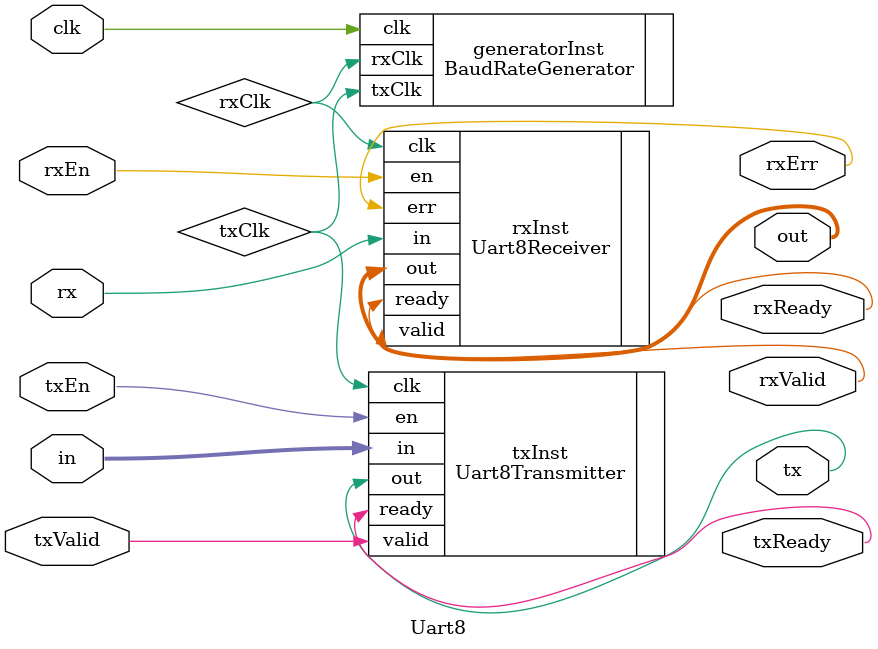
<source format=v>
/*
 * Simple 8-bit UART realization.
 * Combine receiver, transmitter and baud rate generator.
 * Able to operate 8 bits of serial data, one start bit, one stop bit.
 */
module Uart8  #(
    parameter CLOCK_RATE = 100000000, // board internal clock
    parameter BAUD_RATE = 9600
)(
    input wire clk,

    // rx interface
    input wire rx,
    input wire rxEn,
    output wire [7:0] out,
    output wire rxValid,
    output wire rxReady,
    output wire rxErr,
    
    // tx interface
    output wire tx,
    input wire txEn,
    input wire [7:0] in,
    input wire txValid,
    output wire txReady
);
wire rxClk;
wire txClk;

BaudRateGenerator #(
    .CLOCK_RATE(CLOCK_RATE),
    .BAUD_RATE(BAUD_RATE)
) generatorInst (
    .clk(clk),
    .rxClk(rxClk),
    .txClk(txClk)
);

Uart8Receiver rxInst (
    .clk(rxClk),
    .en(rxEn),
    .in(rx),
    .out(out),
    .valid(rxValid),
    .ready(rxReady),
    .err(rxErr)
);

Uart8Transmitter txInst (
    .clk(txClk),
    .en(txEn),
    .in(in),
    .out(tx),
    .valid(txValid),
    .ready(txReady)
);

endmodule

</source>
